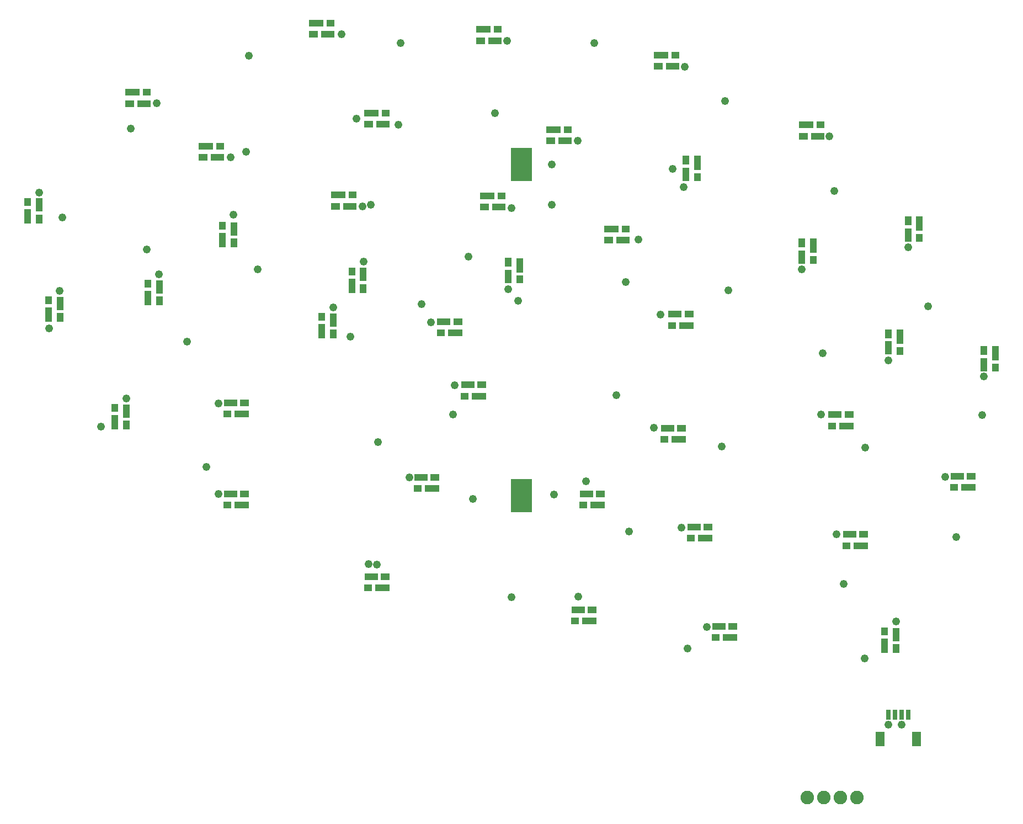
<source format=gbs>
G04 EAGLE Gerber RS-274X export*
G75*
%MOMM*%
%FSLAX34Y34*%
%LPD*%
%INSoldermask Bottom*%
%IPPOS*%
%AMOC8*
5,1,8,0,0,1.08239X$1,22.5*%
G01*
%ADD10R,1.053200X2.103200*%
%ADD11R,1.053200X1.203200*%
%ADD12R,1.053200X1.353200*%
%ADD13R,1.053200X2.203200*%
%ADD14R,2.103200X1.053200*%
%ADD15R,1.203200X1.053200*%
%ADD16R,1.353200X1.053200*%
%ADD17R,2.203200X1.053200*%
%ADD18R,1.403200X2.203200*%
%ADD19R,0.803200X1.553200*%
%ADD20C,2.082800*%
%ADD21R,3.203200X5.203200*%
%ADD22C,1.209600*%


D10*
X823608Y850028D03*
D11*
X841108Y845528D03*
D12*
X823608Y871778D03*
D13*
X841108Y867528D03*
D10*
X601332Y853550D03*
D11*
X583832Y858050D03*
D12*
X601332Y831800D03*
D13*
X583832Y836050D03*
D14*
X724806Y781164D03*
D15*
X720306Y763664D03*
D16*
X746556Y781164D03*
D17*
X742306Y763664D03*
D14*
X1079390Y792340D03*
D15*
X1074890Y774840D03*
D16*
X1101140Y792340D03*
D17*
X1096890Y774840D03*
D14*
X999600Y905650D03*
D15*
X1004100Y923150D03*
D16*
X977850Y905650D03*
D17*
X982100Y923150D03*
D14*
X809100Y956450D03*
D15*
X813600Y973950D03*
D16*
X787350Y956450D03*
D17*
X791600Y973950D03*
D14*
X580500Y957720D03*
D15*
X585000Y975220D03*
D16*
X558750Y957720D03*
D17*
X563000Y975220D03*
D10*
X402450Y923400D03*
D11*
X384950Y927900D03*
D12*
X402450Y901650D03*
D13*
X384950Y905900D03*
D10*
X554850Y783700D03*
D11*
X537350Y788200D03*
D12*
X554850Y761950D03*
D13*
X537350Y766200D03*
D14*
X761636Y683882D03*
D15*
X757136Y666382D03*
D16*
X783386Y683882D03*
D17*
X779136Y666382D03*
D14*
X1067960Y617588D03*
D15*
X1063460Y600088D03*
D16*
X1089710Y617588D03*
D17*
X1085460Y600088D03*
D14*
X1324754Y638162D03*
D15*
X1320254Y620662D03*
D16*
X1346504Y638162D03*
D17*
X1342254Y620662D03*
D10*
X1407046Y740554D03*
D11*
X1424546Y736054D03*
D12*
X1407046Y762304D03*
D13*
X1424546Y758054D03*
D10*
X1273950Y880000D03*
D11*
X1291450Y875500D03*
D12*
X1273950Y901750D03*
D13*
X1291450Y897500D03*
D10*
X1096150Y1007000D03*
D11*
X1113650Y1002500D03*
D12*
X1096150Y1028750D03*
D13*
X1113650Y1024500D03*
D14*
X910700Y1058050D03*
D15*
X915200Y1075550D03*
D16*
X888950Y1058050D03*
D17*
X893200Y1075550D03*
D14*
X631300Y1083450D03*
D15*
X635800Y1100950D03*
D16*
X609550Y1083450D03*
D17*
X613800Y1100950D03*
D14*
X377300Y1032650D03*
D15*
X381800Y1050150D03*
D16*
X355550Y1032650D03*
D17*
X359800Y1050150D03*
D10*
X288150Y834500D03*
D11*
X270650Y839000D03*
D12*
X288150Y812750D03*
D13*
X270650Y817000D03*
D14*
X397400Y656450D03*
D15*
X392900Y638950D03*
D16*
X419150Y656450D03*
D17*
X414900Y638950D03*
D14*
X689500Y542150D03*
D15*
X685000Y524650D03*
D16*
X711250Y542150D03*
D17*
X707000Y524650D03*
D14*
X943500Y516750D03*
D15*
X939000Y499250D03*
D16*
X965250Y516750D03*
D17*
X961000Y499250D03*
D14*
X1108600Y465950D03*
D15*
X1104100Y448450D03*
D16*
X1130350Y465950D03*
D17*
X1126100Y448450D03*
D14*
X1347360Y454774D03*
D15*
X1342860Y437274D03*
D16*
X1369110Y454774D03*
D17*
X1364860Y437274D03*
D14*
X1512460Y543928D03*
D15*
X1507960Y526428D03*
D16*
X1534210Y543928D03*
D17*
X1529960Y526428D03*
D10*
X1553350Y714900D03*
D11*
X1570850Y710400D03*
D12*
X1553350Y736650D03*
D13*
X1570850Y732400D03*
D10*
X1437272Y914036D03*
D11*
X1454772Y909536D03*
D12*
X1437272Y935786D03*
D13*
X1454772Y931536D03*
D14*
X1298558Y1065162D03*
D15*
X1303058Y1082662D03*
D16*
X1276808Y1065162D03*
D17*
X1281058Y1082662D03*
D14*
X1075800Y1172350D03*
D15*
X1080300Y1189850D03*
D16*
X1054050Y1172350D03*
D17*
X1058300Y1189850D03*
D14*
X803258Y1211974D03*
D15*
X807758Y1229474D03*
D16*
X781508Y1211974D03*
D17*
X785758Y1229474D03*
D14*
X546718Y1221626D03*
D15*
X551218Y1239126D03*
D16*
X524968Y1221626D03*
D17*
X529218Y1239126D03*
D14*
X264524Y1115454D03*
D15*
X269024Y1132954D03*
D16*
X242774Y1115454D03*
D17*
X247024Y1132954D03*
D10*
X104000Y959976D03*
D11*
X86500Y964476D03*
D12*
X104000Y938226D03*
D13*
X86500Y942476D03*
D10*
X135750Y809100D03*
D11*
X118250Y813600D03*
D12*
X135750Y787350D03*
D13*
X118250Y791600D03*
D10*
X237350Y644000D03*
D11*
X219850Y648500D03*
D12*
X237350Y622250D03*
D13*
X219850Y626500D03*
D14*
X397400Y516750D03*
D15*
X392900Y499250D03*
D16*
X419150Y516750D03*
D17*
X414900Y499250D03*
D14*
X613300Y389750D03*
D15*
X608800Y372250D03*
D16*
X635050Y389750D03*
D17*
X630800Y372250D03*
D14*
X930800Y338950D03*
D15*
X926300Y321450D03*
D16*
X952550Y338950D03*
D17*
X948300Y321450D03*
D14*
X1146700Y313550D03*
D15*
X1142200Y296050D03*
D16*
X1168450Y313550D03*
D17*
X1164200Y296050D03*
D10*
X1418450Y301100D03*
D11*
X1400950Y305600D03*
D12*
X1418450Y279350D03*
D13*
X1400950Y283600D03*
D18*
X1450400Y141050D03*
X1394400Y141050D03*
D19*
X1437400Y177800D03*
X1427400Y177800D03*
X1417400Y177800D03*
X1407400Y177800D03*
D20*
X1358900Y50800D03*
X1333500Y50800D03*
X1308100Y50800D03*
X1282700Y50800D03*
D21*
X843788Y514388D03*
X843788Y1022388D03*
D22*
X1370838Y264668D03*
X1510792Y450850D03*
X1550924Y637794D03*
X1467866Y804672D03*
X1324356Y981710D03*
X1156462Y1119632D03*
X955294Y1208532D03*
X658876Y1208532D03*
X425958Y1188720D03*
X244602Y1077468D03*
X139192Y941070D03*
X119126Y770382D03*
X199136Y619760D03*
X360426Y557784D03*
X609092Y408940D03*
X829056Y358140D03*
X1098550Y279400D03*
X1338072Y378460D03*
X1371600Y588010D03*
X1306322Y732282D03*
X1092454Y987044D03*
X802894Y1100582D03*
X590550Y1092708D03*
X421132Y1041146D03*
X269240Y891286D03*
X330962Y750062D03*
X623824Y596392D03*
X769112Y509270D03*
X1009142Y458724D03*
X1151636Y589026D03*
X1161542Y829056D03*
X1004316Y842010D03*
X890524Y960374D03*
X612394Y960120D03*
X439166Y861060D03*
X581152Y758190D03*
X738886Y638810D03*
X989330Y668274D03*
X762508Y880872D03*
X690372Y807466D03*
X1407160Y162560D03*
X894080Y515620D03*
X890270Y1022350D03*
X1418663Y320729D03*
X1128268Y312928D03*
X931164Y358902D03*
X622046Y408432D03*
X378714Y516382D03*
X237744Y662940D03*
X135382Y828294D03*
X104140Y978662D03*
X283972Y1115822D03*
X567944Y1221740D03*
X821944Y1211580D03*
X1094540Y1172010D03*
X1316736Y1065022D03*
X1437640Y895350D03*
X1553210Y696722D03*
X1493774Y543052D03*
X1327658Y454914D03*
X1089660Y465328D03*
X943356Y536448D03*
X671776Y542236D03*
X378968Y655828D03*
X288036Y853440D03*
X397764Y1033018D03*
X654812Y1083424D03*
X929894Y1058164D03*
X1075690Y1015238D03*
X1273810Y861314D03*
X1407160Y721868D03*
X1303528Y638810D03*
X1047496Y617982D03*
X741172Y683768D03*
X554990Y802640D03*
X402082Y945134D03*
X599694Y958088D03*
X828802Y955548D03*
X1023112Y906780D03*
X1057656Y791718D03*
X705104Y780288D03*
X601726Y872998D03*
X823214Y831088D03*
X1427480Y162560D03*
X843280Y513080D03*
X843280Y1022350D03*
X838454Y813054D03*
M02*

</source>
